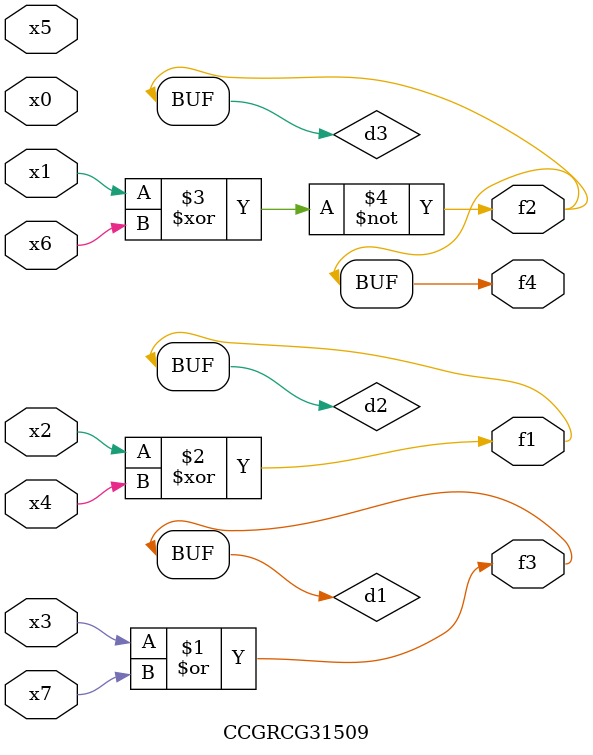
<source format=v>
module CCGRCG31509(
	input x0, x1, x2, x3, x4, x5, x6, x7,
	output f1, f2, f3, f4
);

	wire d1, d2, d3;

	or (d1, x3, x7);
	xor (d2, x2, x4);
	xnor (d3, x1, x6);
	assign f1 = d2;
	assign f2 = d3;
	assign f3 = d1;
	assign f4 = d3;
endmodule

</source>
